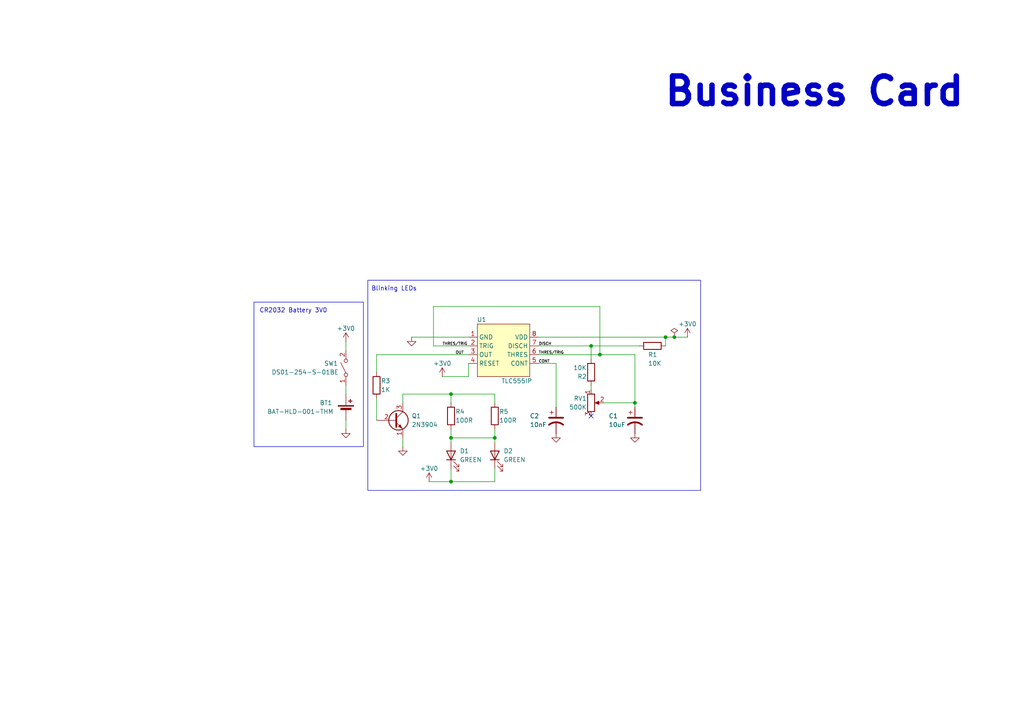
<source format=kicad_sch>
(kicad_sch (version 20231120) (generator "eeschema") (generator_version "8.0")
  (paper "A4")
  (title_block (title "Business_Card") (date "2024-05-30") (rev "v01") (comment 2 "creativecommons.org/licenses/by/4.0/") (comment 3 "License: CC BY 4.0") (comment 4 "Author: Lorenzo Palloni"))
  (lib_symbols
    (symbol "Device:Battery_Cell" (pin_numbers hide) (pin_names (offset 0) hide)
      (property "Reference" "BT1" (at -7.62 2.54 0))
      (property "Value" "BAT-HLD-001-THM" (at -22.86 0 0))
      (symbol "Battery_Cell_0_1"
        (rectangle (start -2.286 1.778) (end 2.286 1.524) (fill (type outline)))
        (rectangle (start -1.524 1.016) (end 1.524 0.508) (fill (type outline)))
        (polyline (pts (xy 0 0.762) (xy 0 0)))
        (polyline (pts (xy 0 1.778) (xy 0 2.54)))
        (polyline (pts (xy 0.762 3.048) (xy 1.778 3.048)) (stroke (width 0.254)))
        (polyline (pts (xy 1.27 3.556) (xy 1.27 2.54)) (stroke (width 0.254)))
      )
      (symbol "Battery_Cell_1_1"
        (pin passive line (at 0 -2.54 90) (length 2.54) (name "-") (number "1"))
        (pin passive line (at 0 5.08 270) (length 2.54) (name "+") (number "2"))
      )
    )
    (symbol "Device:C_Polarized_US" (pin_numbers hide) (pin_names (offset 0.254) hide)
      (property "Reference" "C" (at 0.635 2.54 0))
      (property "Value" "C_Polarized_US" (at 0.635 -2.54 0))
      (symbol "C_Polarized_US_0_1"
        (polyline (pts (xy -2.032 0.762) (xy 2.032 0.762)) (stroke (width 0.508)))
        (polyline (pts (xy -1.778 2.286) (xy -0.762 2.286)))
        (polyline (pts (xy -1.27 1.778) (xy -1.27 2.794)))
        (arc (start 2.032 -1.27) (mid 0 -0.5572) (end -2.032 -1.27) (stroke (width 0.508)))
      )
      (symbol "C_Polarized_US_1_1"
        (pin passive line (at 0 3.81 270) (length 2.794) (name "~") (number "1"))
        (pin passive line (at 0 -3.81 90) (length 3.302) (name "~") (number "2"))
      )
    )
    (symbol "Device:LED" (pin_numbers hide) (pin_names (offset 1.016) hide)
      (property "Reference" "D" (at 0 2.54 0))
      (property "Value" "LED" (at 0 -2.54 0))
      (symbol "LED_0_1"
        (polyline (pts (xy -1.27 -1.27) (xy -1.27 1.27)) (stroke (width 0.254)))
        (polyline (pts (xy -1.27 0) (xy 1.27 0)))
        (polyline (pts (xy 1.27 -1.27) (xy 1.27 1.27) (xy -1.27 0) (xy 1.27 -1.27)) (stroke (width 0.254)))
        (polyline (pts (xy -3.048 -0.762) (xy -4.572 -2.286) (xy -3.81 -2.286) (xy -4.572 -2.286) (xy -4.572 -1.524)))
        (polyline (pts (xy -1.778 -0.762) (xy -3.302 -2.286) (xy -2.54 -2.286) (xy -3.302 -2.286) (xy -3.302 -1.524)))
      )
      (symbol "LED_1_1"
        (pin passive line (at -3.81 0 0) (length 2.54) (name "K") (number "1"))
        (pin passive line (at 3.81 0 180) (length 2.54) (name "A") (number "2"))
      )
    )
    (symbol "Device:R" (pin_numbers hide) (pin_names (offset 0))
      (property "Reference" "R" (at 2.032 0 90))
      (property "Value" "R" (at 0 0 90))
      (symbol "R_0_1"
        (rectangle (start -1.016 -2.54) (end 1.016 2.54) (stroke (width 0.254)))
      )
      (symbol "R_1_1"
        (pin passive line (at 0 3.81 270) (length 1.27) (name "~") (number "1"))
        (pin passive line (at 0 -3.81 90) (length 1.27) (name "~") (number "2"))
      )
    )
    (symbol "Device:R_Potentiometer" (pin_names (offset 1.016) hide)
      (property "Reference" "RV" (at -4.445 0 90))
      (property "Value" "R_Potentiometer" (at -2.54 0 90))
      (symbol "R_Potentiometer_0_1"
        (polyline (pts (xy 2.54 0) (xy 1.524 0)))
        (polyline (pts (xy 1.143 0) (xy 2.286 0.508) (xy 2.286 -0.508) (xy 1.143 0)) (fill (type outline)))
        (rectangle (start 1.016 2.54) (end -1.016 -2.54) (stroke (width 0.254)))
      )
      (symbol "R_Potentiometer_1_1"
        (pin passive line (at 0 3.81 270) (length 1.27) (name "1") (number "1"))
        (pin passive line (at 3.81 0 180) (length 1.27) (name "2") (number "2"))
        (pin passive line (at 0 -3.81 90) (length 1.27) (name "3") (number "3"))
      )
    )
    (symbol "GND_1" (power) (pin_numbers hide) (pin_names (offset 0) hide)
      (property "Value" "GND" (at 0 -3.81 0))
      (symbol "GND_1_0_1"
        (polyline (pts (xy 0 0) (xy 0 -1.27) (xy 1.27 -1.27) (xy 0 -2.54) (xy -1.27 -1.27) (xy 0 -1.27)))
      )
      (symbol "GND_1_1_1"
        (pin power_in line (at 0 0 270) (length 0) (name "~") (number "1"))
      )
    )
    (symbol "Transistor_BJT:2N3904" (pin_names (offset 0) hide)
      (property "Reference" "Q" (at 5.08 1.905 0))
      (property "Value" "2N3904" (at 5.08 0 0))
      (symbol "2N3904_0_1"
        (polyline (pts (xy 0.635 0.635) (xy 2.54 2.54)))
        (polyline (pts (xy 0.635 -0.635) (xy 2.54 -2.54) (xy 2.54 -2.54)))
        (polyline (pts (xy 0.635 1.905) (xy 0.635 -1.905) (xy 0.635 -1.905)) (stroke (width 0.508)))
        (polyline (pts (xy 1.27 -1.778) (xy 1.778 -1.27) (xy 2.286 -2.286) (xy 1.27 -1.778) (xy 1.27 -1.778)) (fill (type outline)))
        (circle (center 1.27 0) (radius 2.8194) (stroke (width 0.254)))
      )
      (symbol "2N3904_1_1"
        (pin passive line (at 2.54 -5.08 90) (length 2.54) (name "E") (number "1"))
        (pin passive line (at -5.08 0 0) (length 5.715) (name "B") (number "2"))
        (pin passive line (at 2.54 5.08 270) (length 2.54) (name "C") (number "3"))
      )
    )
    (symbol "business_card:DS01-254-S-01BE"
      (property "Reference" "SW" (at 0 2.54 0))
      (property "Value" "DS01-254-S-01BE" (at 0.254 -1.778 0))
      (symbol "DS01-254-S-01BE_0_1"
        (polyline (pts (xy -1.524 0) (xy 1.524 1.524)))
        (circle (center 2.032 0) (radius 0.508))
      )
      (symbol "DS01-254-S-01BE_1_1"
        (circle (center -2.032 0) (radius 0.508))
        (pin passive line (at -5.08 0 0) (length 2.54) (name "") (number "1"))
        (pin passive line (at 5.08 0 180) (length 2.54) (name "") (number "2"))
      )
    )
    (symbol "business_card:TLC555IP"
      (property "Reference" "U" (at -6.35 8.89 0))
      (property "Value" "TLC555IP" (at 5.08 -8.89 0))
      (symbol "TLC555IP_0_0"
        (pin power_out line (at -10.16 3.81 0) (length 2.54) (name "GND") (number "1"))
        (pin input line (at -10.16 1.27 0) (length 2.54) (name "TRIG") (number "2"))
        (pin output line (at -10.16 -1.27 0) (length 2.54) (name "OUT") (number "3"))
        (pin input line (at -10.16 -3.81 0) (length 2.54) (name "RESET") (number "4"))
        (pin input line (at 10.16 -3.81 180) (length 2.54) (name "CONT") (number "5"))
        (pin input line (at 10.16 -1.27 180) (length 2.54) (name "THRES") (number "6"))
        (pin output line (at 10.16 1.27 180) (length 2.54) (name "DISCH") (number "7"))
        (pin power_in line (at 10.16 3.81 180) (length 2.54) (name "VDD") (number "8"))
      )
      (symbol "TLC555IP_1_1"
        (rectangle (start -7.62 7.62) (end 7.62 -7.62) (fill (type background)))
      )
    )
    (symbol "power:+3V0" (power) (pin_numbers hide) (pin_names (offset 0) hide)
      (property "Value" "+3V0" (at 0 3.556 0))
      (symbol "+3V0_0_1"
        (polyline (pts (xy -0.762 1.27) (xy 0 2.54)))
        (polyline (pts (xy 0 0) (xy 0 2.54)))
        (polyline (pts (xy 0 2.54) (xy 0.762 1.27)))
      )
      (symbol "+3V0_1_1"
        (pin power_in line (at 0 0 90) (length 0) (name "~") (number "1"))
      )
    )
    (symbol "power:PWR_FLAG" (power) (pin_numbers hide) (pin_names (offset 0) hide)
      (property "Value" "PWR_FLAG" (at 0 3.81 0))
      (symbol "PWR_FLAG_0_0"
        (pin power_out line (at 0 0 90) (length 0) (name "~") (number "1"))
      )
      (symbol "PWR_FLAG_0_1"
        (polyline (pts (xy 0 0) (xy 0 1.27) (xy -1.016 1.905) (xy 0 2.54) (xy 1.016 1.905) (xy 0 1.27)))
      )
    )
  )
  (junction (at 143.51 127))
  (junction (at 130.81 114.3))
  (junction (at 173.99 102.87))
  (junction (at 193.04 97.79))
  (junction (at 195.58 97.79))
  (junction (at 171.45 100.33))
  (junction (at 130.81 127))
  (junction (at 130.81 139.7))
  (junction (at 184.15 116.84))
  (no_connect (at 171.45 120.65))
  (wire (pts (xy 161.29 105.41) (xy 156.21 105.41)))
  (wire (pts (xy 125.73 88.9) (xy 173.99 88.9)))
  (wire (pts (xy 100.33 111.76) (xy 100.33 114.3)))
  (wire (pts (xy 130.81 139.7) (xy 143.51 139.7)))
  (wire (pts (xy 119.38 97.79) (xy 135.89 97.79)))
  (wire (pts (xy 161.29 105.41) (xy 161.29 118.11)))
  (wire (pts (xy 116.84 114.3) (xy 130.81 114.3)))
  (wire (pts (xy 130.81 114.3) (xy 143.51 114.3)))
  (wire (pts (xy 109.22 102.87) (xy 109.22 107.95)))
  (wire (pts (xy 130.81 127) (xy 143.51 127)))
  (wire (pts (xy 100.33 121.92) (xy 100.33 124.46)))
  (wire (pts (xy 193.04 97.79) (xy 195.58 97.79)))
  (wire (pts (xy 184.15 116.84) (xy 184.15 118.11)))
  (wire (pts (xy 143.51 135.89) (xy 143.51 139.7)))
  (wire (pts (xy 130.81 124.46) (xy 130.81 127)))
  (wire (pts (xy 116.84 127) (xy 116.84 129.54)))
  (wire (pts (xy 171.45 100.33) (xy 171.45 104.14)))
  (wire (pts (xy 193.04 97.79) (xy 193.04 100.33)))
  (wire (pts (xy 135.89 109.22) (xy 135.89 105.41)))
  (wire (pts (xy 143.51 114.3) (xy 143.51 116.84)))
  (wire (pts (xy 109.22 102.87) (xy 135.89 102.87)))
  (wire (pts (xy 125.73 100.33) (xy 135.89 100.33)))
  (wire (pts (xy 100.33 99.06) (xy 100.33 101.6)))
  (wire (pts (xy 130.81 135.89) (xy 130.81 139.7)))
  (wire (pts (xy 173.99 88.9) (xy 173.99 102.87)))
  (wire (pts (xy 143.51 124.46) (xy 143.51 127)))
  (wire (pts (xy 156.21 97.79) (xy 193.04 97.79)))
  (wire (pts (xy 130.81 127) (xy 130.81 128.27)))
  (wire (pts (xy 171.45 111.76) (xy 171.45 113.03)))
  (wire (pts (xy 156.21 102.87) (xy 173.99 102.87)))
  (wire (pts (xy 184.15 102.87) (xy 184.15 116.84)))
  (wire (pts (xy 175.26 116.84) (xy 184.15 116.84)))
  (wire (pts (xy 171.45 100.33) (xy 185.42 100.33)))
  (wire (pts (xy 125.73 100.33) (xy 125.73 88.9)))
  (wire (pts (xy 156.21 100.33) (xy 171.45 100.33)))
  (wire (pts (xy 116.84 116.84) (xy 116.84 114.3)))
  (wire (pts (xy 143.51 127) (xy 143.51 128.27)))
  (wire (pts (xy 173.99 102.87) (xy 184.15 102.87)))
  (wire (pts (xy 195.58 97.79) (xy 199.39 97.79)))
  (wire (pts (xy 135.89 109.22) (xy 128.27 109.22)))
  (wire (pts (xy 130.81 114.3) (xy 130.81 116.84)))
  (wire (pts (xy 124.46 139.7) (xy 130.81 139.7)))
  (wire (pts (xy 109.22 115.57) (xy 109.22 121.92)))
  (rectangle (start 106.68 81.28) (end 203.2 142.24))
  (rectangle (start 73.66 87.63) (end 105.41 129.54))
  (text "Business Card" (at 236.22 26.67 0) (effects (font (size 8 8) (thickness 1.6) (bold yes))))
  (text "CR2032 Battery 3V0" (at 85.09 90.17 0) (effects (font (size 1.27 1.27))))
  (text "Blinking LEDs" (at 114.3 83.82 0) (effects (font (size 1.27 1.27))))
  (label "DISCH" (at 156.21 100.33 0) (effects (font (size 0.8 0.8))))
  (label "CONT" (at 156.21 105.41 0) (effects (font (size 0.8 0.8))))
  (label "THRES{slash}TRIG" (at 156.21 102.87 0) (effects (font (size 0.8 0.8))))
  (label "OUT" (at 132.08 102.87 0) (effects (font (size 0.8 0.8))))
  (label "THRES{slash}TRIG" (at 128.27 100.33 0) (effects (font (size 0.8 0.8))))
  (symbol (lib_id "power:+3V0") (at 128.27 109.22 0) (unit 1)
    (property "Reference" "#PWR01" (effects (hide yes)))
    (property "Value" "+3V0" (at 128.27 105.41 0))
    (property "Description" "Power symbol creates a global label with name \"+3V0\"" (effects (hide yes)))
  )
  (symbol (lib_name "GND_1") (lib_id "power:GND") (at 161.29 125.73 0) (unit 1)
    (property "Reference" "#PWR06" (effects (hide yes)))
    (property "Value" "GND" (effects (hide yes)))
    (property "Description" "Power symbol creates a global label with name \"GND\" , ground" (effects (hide yes)))
  )
  (symbol (lib_id "power:PWR_FLAG") (at 195.58 97.79 0) (unit 1)
    (property "Reference" "#FLG01" (effects (hide yes)))
    (property "Value" "PWR_FLAG" (effects (hide yes)))
    (property "Description" "Special symbol for telling ERC where power comes from" (effects (hide yes)))
  )
  (symbol (lib_id "power:+3V0") (at 100.33 99.06 0) (unit 1)
    (property "Reference" "#PWR08" (effects (hide yes)))
    (property "Value" "+3V0" (at 100.33 95.25 0))
    (property "Description" "Power symbol creates a global label with name \"+3V0\"" (effects (hide yes)))
  )
  (symbol (lib_name "GND_1") (lib_id "power:GND") (at 100.33 124.46 0) (unit 1)
    (property "Reference" "#PWR09" (effects (hide yes)))
    (property "Value" "GND" (effects (hide yes)))
    (property "Description" "Power symbol creates a global label with name \"GND\" , ground" (effects (hide yes)))
  )
  (symbol (lib_id "Device:R") (at 130.81 120.65 0) (unit 1)
    (property "Reference" "R4" (at 132.08 119.38 0) (effects (justify left)))
    (property "Value" "100R" (at 132.08 121.92 0) (effects (justify left)))
    (property "Footprint" "Resistor_THT:R_Axial_DIN0207_L6.3mm_D2.5mm_P10.16mm_Horizontal" (effects (hide yes)))
  )
  (symbol (lib_id "Transistor_BJT:2N3904") (at 114.3 121.92 0) (unit 1)
    (property "Reference" "Q1" (at 119.38 120.65 0) (effects (justify left)))
    (property "Value" "2N3904" (at 119.38 123.19 0) (effects (justify left)))
    (property "Footprint" "business_card:2N3904" (effects (hide yes)))
    (property "Datasheet" "https://www.onsemi.com/pub/Collateral/2N3903-D.PDF" (effects (hide yes)))
    (property "Sim.Library" "SPICE-models/2n3904.lib" (effects (hide yes)))
    (property "Sim.Name" "2N3904" (effects (hide yes)))
    (property "Sim.Device" "SUBCKT" (effects (hide yes)))
    (property "Sim.Pins" "1=C 2=B 3=E" (effects (hide yes)))
  )
  (symbol (lib_id "Device:C_Polarized_US") (at 161.29 121.92 0) (unit 1)
    (property "Reference" "C2" (at 153.67 120.65 0) (effects (justify left)))
    (property "Value" "10nF" (at 153.67 123.19 0) (effects (justify left)))
    (property "Footprint" "Capacitor_THT:CP_Radial_Tantal_D6.0mm_P5.00mm" (effects (hide yes)))
  )
  (symbol (lib_id "business_card:TLC555IP") (at 146.05 101.6 0) (unit 1)
    (property "Reference" "U1" (at 139.7 92.71 0))
    (property "Value" "TLC555IP" (at 149.86 110.49 0))
    (property "Footprint" "business_card:TLC555IP" (effects (hide yes)))
    (property "Datasheet" "https://www.ti.com/lit/ds/symlink/tlc555.pdf?ts=1716987776806&ref_url=https%253A%252F%252Fwww.ti.com%252Fproduct%252FTLC555%253Futm_source%253Dgoogle%2526utm_medium%253Dcpc%2526utm_campaign%253Dasc-hsdc-null-44700045336317074_prodfolderdynamic-cpc-pf-google-wwe_int%2526utm_content%253Dprodfolddynamic%2526ds_k%253DDYNAMIC+SEARCH+ADS%2526DCM%253Dyes%2526gad_source%253D1%2526gclid%253DCj0KCQjwpNuyBhCuARIsANJqL9Pb3vTQnhFk2P9H5RV7jV2o8C7dYYqyyfJKHn31Sx1b5TYzXf9vHFsaAgqrEALw_wcB%2526gclsrc%253Daw.ds" (effects (hide yes)))
    (property "Sim.Library" "SPICE-models/TLC555.LIB" (effects (hide yes)))
    (property "Sim.Name" "TLC555" (effects (hide yes)))
    (property "Sim.Device" "SUBCKT" (effects (hide yes)))
    (property "Sim.Pins" "1=THRES 2=CONT 3=TRIG 4=RESET 5=OUT 6=DISC 7=VCC 8=GND" (effects (hide yes)))
  )
  (symbol (lib_id "Device:R") (at 143.51 120.65 0) (unit 1)
    (property "Reference" "R5" (at 144.78 119.38 0) (effects (justify left)))
    (property "Value" "100R" (at 144.78 121.92 0) (effects (justify left)))
    (property "Footprint" "Resistor_THT:R_Axial_DIN0207_L6.3mm_D2.5mm_P10.16mm_Horizontal" (effects (hide yes)))
  )
  (symbol (lib_id "Device:R") (at 171.45 107.95 180) (unit 1)
    (property "Reference" "R2" (at 170.18 109.22 0) (effects (justify left)))
    (property "Value" "10K" (at 170.18 106.68 0) (effects (justify left)))
    (property "Footprint" "Resistor_THT:R_Axial_DIN0207_L6.3mm_D2.5mm_P10.16mm_Horizontal" (effects (hide yes)))
    (property "Sim.Device" "R" (effects (hide yes)))
    (property "Sim.Pins" "1=+ 2=-" (effects (hide yes)))
  )
  (symbol (lib_name "GND_1") (lib_id "power:GND") (at 184.15 125.73 0) (unit 1)
    (property "Reference" "#PWR04" (effects (hide yes)))
    (property "Value" "GND" (effects (hide yes)))
    (property "Description" "Power symbol creates a global label with name \"GND\" , ground" (effects (hide yes)))
  )
  (symbol (lib_id "Device:R") (at 189.23 100.33 270) (unit 1)
    (property "Reference" "R1" (at 187.96 102.87 90) (effects (justify left)))
    (property "Value" "10K" (at 187.96 105.41 90) (effects (justify left)))
    (property "Footprint" "Resistor_THT:R_Axial_DIN0207_L6.3mm_D2.5mm_P10.16mm_Horizontal" (effects (hide yes)))
  )
  (symbol (lib_name "GND_1") (lib_id "power:GND") (at 116.84 129.54 0) (unit 1)
    (property "Reference" "#PWR07" (effects (hide yes)))
    (property "Value" "GND" (effects (hide yes)))
    (property "Description" "Power symbol creates a global label with name \"GND\" , ground" (effects (hide yes)))
  )
  (symbol (lib_id "Device:C_Polarized_US") (at 184.15 121.92 0) (unit 1)
    (property "Reference" "C1" (at 176.53 120.65 0) (effects (justify left)))
    (property "Value" "10uF" (at 176.53 123.19 0) (effects (justify left)))
    (property "Footprint" "Capacitor_THT:CP_Radial_D4.0mm_P2.00mm" (effects (hide yes)))
  )
  (symbol (lib_id "Device:R") (at 109.22 111.76 0) (unit 1)
    (property "Reference" "R3" (at 110.49 110.49 0) (effects (justify left)))
    (property "Value" "1K" (at 110.49 113.03 0) (effects (justify left)))
    (property "Footprint" "Resistor_THT:R_Axial_DIN0207_L6.3mm_D2.5mm_P10.16mm_Horizontal" (effects (hide yes)))
  )
  (symbol (lib_id "Device:Battery_Cell") (at 100.33 119.38 0) (unit 1)
    (property "Reference" "BT1" (at 92.71 116.84 0) (effects (justify left)))
    (property "Value" "BAT-HLD-001-THM" (at 77.47 119.38 0) (effects (justify left)))
    (property "Footprint" "business_card:BAT-HLD-001-THM" (effects (hide yes)))
    (property "Description" "Single-cell battery" (effects (hide yes)))
  )
  (symbol (lib_id "power:+3V0") (at 124.46 139.7 0) (unit 1)
    (property "Reference" "#PWR02" (effects (hide yes)))
    (property "Value" "+3V0" (at 124.46 135.89 0))
    (property "Description" "Power symbol creates a global label with name \"+3V0\"" (effects (hide yes)))
  )
  (symbol (lib_name "GND_1") (lib_id "power:GND") (at 119.38 97.79 0) (unit 1)
    (property "Reference" "#PWR05" (effects (hide yes)))
    (property "Value" "GND" (effects (hide yes)))
    (property "Description" "Power symbol creates a global label with name \"GND\" , ground" (effects (hide yes)))
  )
  (symbol (lib_id "Device:LED") (at 130.81 132.08 90) (unit 1)
    (property "Reference" "D1" (at 133.35 130.81 90) (effects (justify right)))
    (property "Value" "GREEN" (at 133.35 133.35 90) (effects (justify right)))
    (property "Footprint" "LED_THT:LED_D3.0mm" (effects (hide yes)))
  )
  (symbol (lib_id "Device:R_Potentiometer") (at 171.45 116.84 0) (unit 1)
    (property "Reference" "RV1" (at 170.18 115.57 0) (effects (justify right)))
    (property "Value" "500K" (at 170.18 118.11 0) (effects (justify right)))
    (property "Footprint" "business_card:3306P-1-504" (effects (hide yes)))
    (property "Description" "Potentiometer" (effects (hide yes)))
    (property "Sim.Device" "R" (effects (hide yes)))
    (property "Sim.Type" "POT" (effects (hide yes)))
    (property "Sim.Pins" "1=r0 2=wiper 3=r1" (effects (hide yes)))
    (property "Sim.Params" "r=500K pos=0.1" (effects (hide yes)))
  )
  (symbol (lib_id "Device:LED") (at 143.51 132.08 90) (unit 1)
    (property "Reference" "D2" (at 146.05 130.81 90) (effects (justify right)))
    (property "Value" "GREEN" (at 146.05 133.35 90) (effects (justify right)))
    (property "Footprint" "LED_THT:LED_D3.0mm" (effects (hide yes)))
  )
  (symbol (lib_id "business_card:DS01-254-S-01BE") (at 100.33 106.68 90) (unit 1)
    (property "Reference" "SW1" (at 93.98 105.41 90) (effects (justify right)))
    (property "Value" "DS01-254-S-01BE" (at 78.74 107.95 90) (effects (justify right)))
    (property "Footprint" "business_card:DS01-254-S-01BE" (effects (hide yes)))
    (property "Datasheet" "https://www.mouser.it/datasheet/2/670/ds01_254-1777712.pdf" (effects (hide yes)))
  )
  (symbol (lib_id "power:+3V0") (at 199.39 97.79 0) (unit 1)
    (property "Reference" "#PWR03" (effects (hide yes)))
    (property "Value" "+3V0" (at 199.39 93.98 0))
    (property "Description" "Power symbol creates a global label with name \"+3V0\"" (effects (hide yes)))
  )
)
</source>
